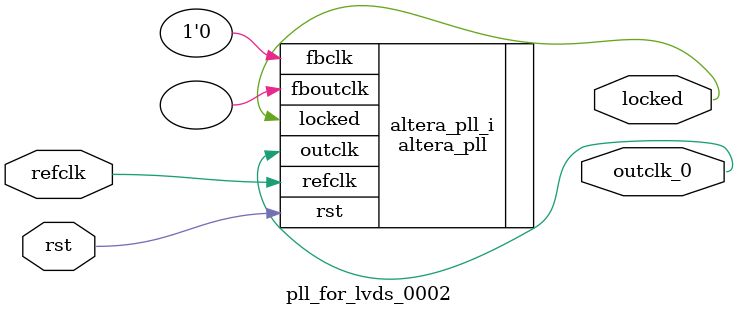
<source format=v>
`timescale 1ns/10ps
module  pll_for_lvds_0002(

	// interface 'refclk'
	input wire refclk,

	// interface 'reset'
	input wire rst,

	// interface 'outclk0'
	output wire outclk_0,

	// interface 'locked'
	output wire locked
);

	altera_pll #(
		.fractional_vco_multiplier("false"),
		.reference_clock_frequency("73.142858 MHz"),
		.operation_mode("source synchronous"),
		.number_of_clocks(1),
		.output_clock_frequency0("73.142858 MHz"),
		.phase_shift0("3418 ps"),
		.duty_cycle0(50),
		.output_clock_frequency1("0 MHz"),
		.phase_shift1("0 ps"),
		.duty_cycle1(50),
		.output_clock_frequency2("0 MHz"),
		.phase_shift2("0 ps"),
		.duty_cycle2(50),
		.output_clock_frequency3("0 MHz"),
		.phase_shift3("0 ps"),
		.duty_cycle3(50),
		.output_clock_frequency4("0 MHz"),
		.phase_shift4("0 ps"),
		.duty_cycle4(50),
		.output_clock_frequency5("0 MHz"),
		.phase_shift5("0 ps"),
		.duty_cycle5(50),
		.output_clock_frequency6("0 MHz"),
		.phase_shift6("0 ps"),
		.duty_cycle6(50),
		.output_clock_frequency7("0 MHz"),
		.phase_shift7("0 ps"),
		.duty_cycle7(50),
		.output_clock_frequency8("0 MHz"),
		.phase_shift8("0 ps"),
		.duty_cycle8(50),
		.output_clock_frequency9("0 MHz"),
		.phase_shift9("0 ps"),
		.duty_cycle9(50),
		.output_clock_frequency10("0 MHz"),
		.phase_shift10("0 ps"),
		.duty_cycle10(50),
		.output_clock_frequency11("0 MHz"),
		.phase_shift11("0 ps"),
		.duty_cycle11(50),
		.output_clock_frequency12("0 MHz"),
		.phase_shift12("0 ps"),
		.duty_cycle12(50),
		.output_clock_frequency13("0 MHz"),
		.phase_shift13("0 ps"),
		.duty_cycle13(50),
		.output_clock_frequency14("0 MHz"),
		.phase_shift14("0 ps"),
		.duty_cycle14(50),
		.output_clock_frequency15("0 MHz"),
		.phase_shift15("0 ps"),
		.duty_cycle15(50),
		.output_clock_frequency16("0 MHz"),
		.phase_shift16("0 ps"),
		.duty_cycle16(50),
		.output_clock_frequency17("0 MHz"),
		.phase_shift17("0 ps"),
		.duty_cycle17(50),
		.pll_type("General"),
		.pll_subtype("General")
	) altera_pll_i (
		.rst	(rst),
		.outclk	({outclk_0}),
		.locked	(locked),
		.fboutclk	( ),
		.fbclk	(1'b0),
		.refclk	(refclk)
	);
endmodule


</source>
